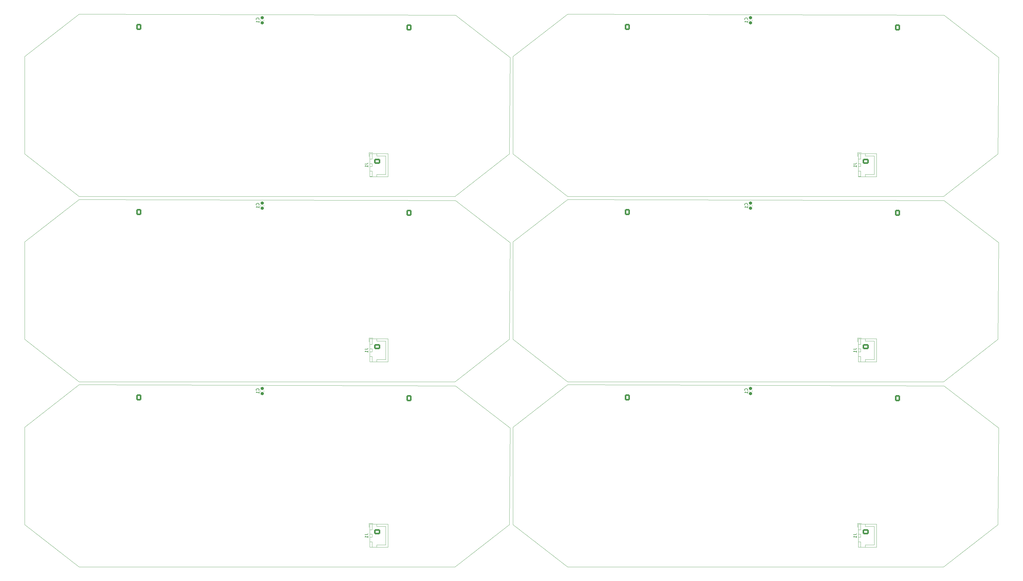
<source format=gbr>
%TF.GenerationSoftware,KiCad,Pcbnew,7.0.6-7.0.6~ubuntu20.04.1*%
%TF.CreationDate,2023-07-11T09:09:46+02:00*%
%TF.ProjectId,output_panel2023-07-11_070926.4017960000,6f757470-7574-45f7-9061-6e656c323032,rev?*%
%TF.SameCoordinates,Original*%
%TF.FileFunction,Legend,Bot*%
%TF.FilePolarity,Positive*%
%FSLAX45Y45*%
G04 Gerber Fmt 4.5, Leading zero omitted, Abs format (unit mm)*
G04 Created by KiCad (PCBNEW 7.0.6-7.0.6~ubuntu20.04.1) date 2023-07-11 09:09:46*
%MOMM*%
%LPD*%
G01*
G04 APERTURE LIST*
G04 Aperture macros list*
%AMRoundRect*
0 Rectangle with rounded corners*
0 $1 Rounding radius*
0 $2 $3 $4 $5 $6 $7 $8 $9 X,Y pos of 4 corners*
0 Add a 4 corners polygon primitive as box body*
4,1,4,$2,$3,$4,$5,$6,$7,$8,$9,$2,$3,0*
0 Add four circle primitives for the rounded corners*
1,1,$1+$1,$2,$3*
1,1,$1+$1,$4,$5*
1,1,$1+$1,$6,$7*
1,1,$1+$1,$8,$9*
0 Add four rect primitives between the rounded corners*
20,1,$1+$1,$2,$3,$4,$5,0*
20,1,$1+$1,$4,$5,$6,$7,0*
20,1,$1+$1,$6,$7,$8,$9,0*
20,1,$1+$1,$8,$9,$2,$3,0*%
G04 Aperture macros list end*
%TA.AperFunction,Profile*%
%ADD10C,0.100000*%
%TD*%
%ADD11C,0.150000*%
%ADD12C,0.120000*%
%ADD13C,5.600000*%
%ADD14RoundRect,0.250000X0.600000X0.725000X-0.600000X0.725000X-0.600000X-0.725000X0.600000X-0.725000X0*%
%ADD15O,1.700000X1.950000*%
%ADD16R,1.700000X1.700000*%
%ADD17O,1.700000X1.700000*%
%ADD18RoundRect,0.250000X-0.750000X0.600000X-0.750000X-0.600000X0.750000X-0.600000X0.750000X0.600000X0*%
%ADD19O,2.000000X1.700000*%
%ADD20RoundRect,0.237500X-0.237500X0.300000X-0.237500X-0.300000X0.237500X-0.300000X0.237500X0.300000X0*%
G04 APERTURE END LIST*
D10*
X30389999Y-6209999D02*
X32189999Y-7599999D01*
X1850000Y-12289999D02*
X14270000Y-12329999D01*
X16050000Y-4670000D02*
X14250000Y-6070000D01*
X14250000Y-12189999D02*
X1850000Y-12189999D01*
X17969999Y-6169999D02*
X30389999Y-6209999D01*
X32189999Y-7599999D02*
X32169999Y-10789999D01*
X16169999Y-1450000D02*
X17969999Y-50000D01*
X17969999Y-18309999D02*
X16169999Y-16909999D01*
X1850000Y-12189999D02*
X50000Y-10789999D01*
X50000Y-16909999D02*
X50000Y-13689999D01*
X14270000Y-6209999D02*
X16070000Y-7599999D01*
X1850000Y-50000D02*
X14270000Y-90000D01*
X32189999Y-13719999D02*
X32169999Y-16909999D01*
X32169999Y-10789999D02*
X30369999Y-12189999D01*
X50000Y-1450000D02*
X1850000Y-50000D01*
X32169999Y-16909999D02*
X30369999Y-18309999D01*
X16169999Y-10789999D02*
X16169999Y-7569999D01*
X16070000Y-7599999D02*
X16050000Y-10789999D01*
X32169999Y-4670000D02*
X30369999Y-6070000D01*
X17969999Y-12289999D02*
X30389999Y-12329999D01*
X50000Y-7569999D02*
X1850000Y-6169999D01*
X16070000Y-13719999D02*
X16050000Y-16909999D01*
X30369999Y-18309999D02*
X17969999Y-18309999D01*
X14270000Y-90000D02*
X16070000Y-1480000D01*
X50000Y-10789999D02*
X50000Y-7569999D01*
X30369999Y-12189999D02*
X17969999Y-12189999D01*
X17969999Y-6070000D02*
X16169999Y-4670000D01*
X16050000Y-16909999D02*
X14250000Y-18309999D01*
X50000Y-4670000D02*
X50000Y-1450000D01*
X30389999Y-12329999D02*
X32189999Y-13719999D01*
X1850000Y-6169999D02*
X14270000Y-6209999D01*
X16050000Y-10789999D02*
X14250000Y-12189999D01*
X50000Y-13689999D02*
X1850000Y-12289999D01*
X14270000Y-12329999D02*
X16070000Y-13719999D01*
X30369999Y-6070000D02*
X17969999Y-6070000D01*
X1850000Y-6070000D02*
X50000Y-4670000D01*
X30389999Y-90000D02*
X32189999Y-1480000D01*
X32189999Y-1480000D02*
X32169999Y-4670000D01*
X1850000Y-18309999D02*
X50000Y-16909999D01*
X16169999Y-16909999D02*
X16169999Y-13689999D01*
X14250000Y-18309999D02*
X1850000Y-18309999D01*
X16169999Y-7569999D02*
X17969999Y-6169999D01*
X17969999Y-12189999D02*
X16169999Y-10789999D01*
X17969999Y-50000D02*
X30389999Y-90000D01*
X16169999Y-13689999D02*
X17969999Y-12289999D01*
X16070000Y-1480000D02*
X16050000Y-4670000D01*
X16169999Y-4670000D02*
X16169999Y-1450000D01*
X14250000Y-6070000D02*
X1850000Y-6070000D01*
D11*
X11280482Y-5001666D02*
X11351910Y-5001666D01*
X11351910Y-5001666D02*
X11366196Y-4996904D01*
X11366196Y-4996904D02*
X11375720Y-4987381D01*
X11375720Y-4987381D02*
X11380482Y-4973095D01*
X11380482Y-4973095D02*
X11380482Y-4963571D01*
X11380482Y-5101666D02*
X11380482Y-5044524D01*
X11380482Y-5073095D02*
X11280482Y-5073095D01*
X11280482Y-5073095D02*
X11294768Y-5063571D01*
X11294768Y-5063571D02*
X11304291Y-5054047D01*
X11304291Y-5054047D02*
X11309053Y-5044524D01*
X27400481Y-17241666D02*
X27471909Y-17241666D01*
X27471909Y-17241666D02*
X27486195Y-17236904D01*
X27486195Y-17236904D02*
X27495719Y-17227380D01*
X27495719Y-17227380D02*
X27500481Y-17213094D01*
X27500481Y-17213094D02*
X27500481Y-17203571D01*
X27500481Y-17341666D02*
X27500481Y-17284523D01*
X27500481Y-17313094D02*
X27400481Y-17313094D01*
X27400481Y-17313094D02*
X27414767Y-17303571D01*
X27414767Y-17303571D02*
X27424290Y-17294047D01*
X27424290Y-17294047D02*
X27429052Y-17284523D01*
X7782958Y-12479582D02*
X7787720Y-12474820D01*
X7787720Y-12474820D02*
X7792482Y-12460535D01*
X7792482Y-12460535D02*
X7792482Y-12451011D01*
X7792482Y-12451011D02*
X7787720Y-12436725D01*
X7787720Y-12436725D02*
X7778196Y-12427201D01*
X7778196Y-12427201D02*
X7768672Y-12422440D01*
X7768672Y-12422440D02*
X7749625Y-12417678D01*
X7749625Y-12417678D02*
X7735339Y-12417678D01*
X7735339Y-12417678D02*
X7716291Y-12422440D01*
X7716291Y-12422440D02*
X7706768Y-12427201D01*
X7706768Y-12427201D02*
X7697244Y-12436725D01*
X7697244Y-12436725D02*
X7692482Y-12451011D01*
X7692482Y-12451011D02*
X7692482Y-12460535D01*
X7692482Y-12460535D02*
X7697244Y-12474820D01*
X7697244Y-12474820D02*
X7702006Y-12479582D01*
X7792482Y-12574820D02*
X7792482Y-12517678D01*
X7792482Y-12546249D02*
X7692482Y-12546249D01*
X7692482Y-12546249D02*
X7706768Y-12536725D01*
X7706768Y-12536725D02*
X7716291Y-12527201D01*
X7716291Y-12527201D02*
X7721053Y-12517678D01*
X27400481Y-5001666D02*
X27471909Y-5001666D01*
X27471909Y-5001666D02*
X27486195Y-4996904D01*
X27486195Y-4996904D02*
X27495719Y-4987381D01*
X27495719Y-4987381D02*
X27500481Y-4973095D01*
X27500481Y-4973095D02*
X27500481Y-4963571D01*
X27500481Y-5101666D02*
X27500481Y-5044524D01*
X27500481Y-5073095D02*
X27400481Y-5073095D01*
X27400481Y-5073095D02*
X27414767Y-5063571D01*
X27414767Y-5063571D02*
X27424290Y-5054047D01*
X27424290Y-5054047D02*
X27429052Y-5044524D01*
X7782958Y-239583D02*
X7787720Y-234821D01*
X7787720Y-234821D02*
X7792482Y-220535D01*
X7792482Y-220535D02*
X7792482Y-211012D01*
X7792482Y-211012D02*
X7787720Y-196726D01*
X7787720Y-196726D02*
X7778196Y-187202D01*
X7778196Y-187202D02*
X7768672Y-182440D01*
X7768672Y-182440D02*
X7749625Y-177678D01*
X7749625Y-177678D02*
X7735339Y-177678D01*
X7735339Y-177678D02*
X7716291Y-182440D01*
X7716291Y-182440D02*
X7706768Y-187202D01*
X7706768Y-187202D02*
X7697244Y-196726D01*
X7697244Y-196726D02*
X7692482Y-211012D01*
X7692482Y-211012D02*
X7692482Y-220535D01*
X7692482Y-220535D02*
X7697244Y-234821D01*
X7697244Y-234821D02*
X7702006Y-239583D01*
X7792482Y-334821D02*
X7792482Y-277678D01*
X7792482Y-306250D02*
X7692482Y-306250D01*
X7692482Y-306250D02*
X7706768Y-296726D01*
X7706768Y-296726D02*
X7716291Y-287202D01*
X7716291Y-287202D02*
X7721053Y-277678D01*
X11280482Y-11121666D02*
X11351910Y-11121666D01*
X11351910Y-11121666D02*
X11366196Y-11116904D01*
X11366196Y-11116904D02*
X11375720Y-11107380D01*
X11375720Y-11107380D02*
X11380482Y-11093095D01*
X11380482Y-11093095D02*
X11380482Y-11083571D01*
X11380482Y-11221666D02*
X11380482Y-11164523D01*
X11380482Y-11193095D02*
X11280482Y-11193095D01*
X11280482Y-11193095D02*
X11294768Y-11183571D01*
X11294768Y-11183571D02*
X11304291Y-11174047D01*
X11304291Y-11174047D02*
X11309053Y-11164523D01*
X23902957Y-239583D02*
X23907719Y-234821D01*
X23907719Y-234821D02*
X23912481Y-220535D01*
X23912481Y-220535D02*
X23912481Y-211012D01*
X23912481Y-211012D02*
X23907719Y-196726D01*
X23907719Y-196726D02*
X23898195Y-187202D01*
X23898195Y-187202D02*
X23888671Y-182440D01*
X23888671Y-182440D02*
X23869624Y-177678D01*
X23869624Y-177678D02*
X23855338Y-177678D01*
X23855338Y-177678D02*
X23836290Y-182440D01*
X23836290Y-182440D02*
X23826767Y-187202D01*
X23826767Y-187202D02*
X23817243Y-196726D01*
X23817243Y-196726D02*
X23812481Y-211012D01*
X23812481Y-211012D02*
X23812481Y-220535D01*
X23812481Y-220535D02*
X23817243Y-234821D01*
X23817243Y-234821D02*
X23822005Y-239583D01*
X23912481Y-334821D02*
X23912481Y-277678D01*
X23912481Y-306250D02*
X23812481Y-306250D01*
X23812481Y-306250D02*
X23826767Y-296726D01*
X23826767Y-296726D02*
X23836290Y-287202D01*
X23836290Y-287202D02*
X23841052Y-277678D01*
X7782958Y-6359583D02*
X7787720Y-6354821D01*
X7787720Y-6354821D02*
X7792482Y-6340535D01*
X7792482Y-6340535D02*
X7792482Y-6331011D01*
X7792482Y-6331011D02*
X7787720Y-6316726D01*
X7787720Y-6316726D02*
X7778196Y-6307202D01*
X7778196Y-6307202D02*
X7768672Y-6302440D01*
X7768672Y-6302440D02*
X7749625Y-6297678D01*
X7749625Y-6297678D02*
X7735339Y-6297678D01*
X7735339Y-6297678D02*
X7716291Y-6302440D01*
X7716291Y-6302440D02*
X7706768Y-6307202D01*
X7706768Y-6307202D02*
X7697244Y-6316726D01*
X7697244Y-6316726D02*
X7692482Y-6331011D01*
X7692482Y-6331011D02*
X7692482Y-6340535D01*
X7692482Y-6340535D02*
X7697244Y-6354821D01*
X7697244Y-6354821D02*
X7702006Y-6359583D01*
X7792482Y-6454821D02*
X7792482Y-6397678D01*
X7792482Y-6426249D02*
X7692482Y-6426249D01*
X7692482Y-6426249D02*
X7706768Y-6416726D01*
X7706768Y-6416726D02*
X7716291Y-6407202D01*
X7716291Y-6407202D02*
X7721053Y-6397678D01*
X23902957Y-6359583D02*
X23907719Y-6354821D01*
X23907719Y-6354821D02*
X23912481Y-6340535D01*
X23912481Y-6340535D02*
X23912481Y-6331011D01*
X23912481Y-6331011D02*
X23907719Y-6316726D01*
X23907719Y-6316726D02*
X23898195Y-6307202D01*
X23898195Y-6307202D02*
X23888671Y-6302440D01*
X23888671Y-6302440D02*
X23869624Y-6297678D01*
X23869624Y-6297678D02*
X23855338Y-6297678D01*
X23855338Y-6297678D02*
X23836290Y-6302440D01*
X23836290Y-6302440D02*
X23826767Y-6307202D01*
X23826767Y-6307202D02*
X23817243Y-6316726D01*
X23817243Y-6316726D02*
X23812481Y-6331011D01*
X23812481Y-6331011D02*
X23812481Y-6340535D01*
X23812481Y-6340535D02*
X23817243Y-6354821D01*
X23817243Y-6354821D02*
X23822005Y-6359583D01*
X23912481Y-6454821D02*
X23912481Y-6397678D01*
X23912481Y-6426249D02*
X23812481Y-6426249D01*
X23812481Y-6426249D02*
X23826767Y-6416726D01*
X23826767Y-6416726D02*
X23836290Y-6407202D01*
X23836290Y-6407202D02*
X23841052Y-6397678D01*
X23902957Y-12479582D02*
X23907719Y-12474820D01*
X23907719Y-12474820D02*
X23912481Y-12460535D01*
X23912481Y-12460535D02*
X23912481Y-12451011D01*
X23912481Y-12451011D02*
X23907719Y-12436725D01*
X23907719Y-12436725D02*
X23898195Y-12427201D01*
X23898195Y-12427201D02*
X23888671Y-12422440D01*
X23888671Y-12422440D02*
X23869624Y-12417678D01*
X23869624Y-12417678D02*
X23855338Y-12417678D01*
X23855338Y-12417678D02*
X23836290Y-12422440D01*
X23836290Y-12422440D02*
X23826767Y-12427201D01*
X23826767Y-12427201D02*
X23817243Y-12436725D01*
X23817243Y-12436725D02*
X23812481Y-12451011D01*
X23812481Y-12451011D02*
X23812481Y-12460535D01*
X23812481Y-12460535D02*
X23817243Y-12474820D01*
X23817243Y-12474820D02*
X23822005Y-12479582D01*
X23912481Y-12574820D02*
X23912481Y-12517678D01*
X23912481Y-12546249D02*
X23812481Y-12546249D01*
X23812481Y-12546249D02*
X23826767Y-12536725D01*
X23826767Y-12536725D02*
X23836290Y-12527201D01*
X23836290Y-12527201D02*
X23841052Y-12517678D01*
X27400481Y-11121666D02*
X27471909Y-11121666D01*
X27471909Y-11121666D02*
X27486195Y-11116904D01*
X27486195Y-11116904D02*
X27495719Y-11107380D01*
X27495719Y-11107380D02*
X27500481Y-11093095D01*
X27500481Y-11093095D02*
X27500481Y-11083571D01*
X27500481Y-11221666D02*
X27500481Y-11164523D01*
X27500481Y-11193095D02*
X27400481Y-11193095D01*
X27400481Y-11193095D02*
X27414767Y-11183571D01*
X27414767Y-11183571D02*
X27424290Y-11174047D01*
X27424290Y-11174047D02*
X27429052Y-11164523D01*
X11280482Y-17241666D02*
X11351910Y-17241666D01*
X11351910Y-17241666D02*
X11366196Y-17236904D01*
X11366196Y-17236904D02*
X11375720Y-17227380D01*
X11375720Y-17227380D02*
X11380482Y-17213094D01*
X11380482Y-17213094D02*
X11380482Y-17203571D01*
X11380482Y-17341666D02*
X11380482Y-17284523D01*
X11380482Y-17313094D02*
X11280482Y-17313094D01*
X11280482Y-17313094D02*
X11294768Y-17303571D01*
X11294768Y-17303571D02*
X11304291Y-17294047D01*
X11304291Y-17294047D02*
X11309053Y-17284523D01*
D12*
X11415000Y-4625000D02*
X11540000Y-4625000D01*
X12041000Y-4654000D02*
X12041000Y-5416000D01*
X11444000Y-4654000D02*
X12041000Y-4654000D01*
X11670000Y-4655000D02*
X11670000Y-4730000D01*
X11520000Y-4655000D02*
X11520000Y-4835000D01*
X11445000Y-4655000D02*
X11520000Y-4655000D01*
X11965000Y-4730000D02*
X11965000Y-5035000D01*
X11670000Y-4730000D02*
X11965000Y-4730000D01*
X11415000Y-4750000D02*
X11415000Y-4625000D01*
X11520000Y-4835000D02*
X11445000Y-4835000D01*
X11445000Y-4835000D02*
X11445000Y-4655000D01*
X11520000Y-4985000D02*
X11520000Y-5085000D01*
X11445000Y-4985000D02*
X11520000Y-4985000D01*
X11520000Y-5085000D02*
X11445000Y-5085000D01*
X11445000Y-5085000D02*
X11445000Y-4985000D01*
X11520000Y-5235000D02*
X11520000Y-5415000D01*
X11445000Y-5235000D02*
X11520000Y-5235000D01*
X11965000Y-5340000D02*
X11965000Y-5035000D01*
X11670000Y-5340000D02*
X11965000Y-5340000D01*
X11670000Y-5415000D02*
X11670000Y-5340000D01*
X11520000Y-5415000D02*
X11445000Y-5415000D01*
X11445000Y-5415000D02*
X11445000Y-5235000D01*
X12041000Y-5416000D02*
X11444000Y-5416000D01*
X11444000Y-5416000D02*
X11444000Y-4654000D01*
X27534999Y-16864999D02*
X27659999Y-16864999D01*
X28160999Y-16893999D02*
X28160999Y-17655999D01*
X27563999Y-16893999D02*
X28160999Y-16893999D01*
X27789999Y-16894999D02*
X27789999Y-16969999D01*
X27639999Y-16894999D02*
X27639999Y-17074999D01*
X27564999Y-16894999D02*
X27639999Y-16894999D01*
X28084999Y-16969999D02*
X28084999Y-17274999D01*
X27789999Y-16969999D02*
X28084999Y-16969999D01*
X27534999Y-16989999D02*
X27534999Y-16864999D01*
X27639999Y-17074999D02*
X27564999Y-17074999D01*
X27564999Y-17074999D02*
X27564999Y-16894999D01*
X27639999Y-17224999D02*
X27639999Y-17324999D01*
X27564999Y-17224999D02*
X27639999Y-17224999D01*
X27639999Y-17324999D02*
X27564999Y-17324999D01*
X27564999Y-17324999D02*
X27564999Y-17224999D01*
X27639999Y-17474999D02*
X27639999Y-17654999D01*
X27564999Y-17474999D02*
X27639999Y-17474999D01*
X28084999Y-17579999D02*
X28084999Y-17274999D01*
X27789999Y-17579999D02*
X28084999Y-17579999D01*
X27789999Y-17654999D02*
X27789999Y-17579999D01*
X27639999Y-17654999D02*
X27564999Y-17654999D01*
X27564999Y-17654999D02*
X27564999Y-17474999D01*
X28160999Y-17655999D02*
X27563999Y-17655999D01*
X27563999Y-17655999D02*
X27563999Y-16893999D01*
X7941000Y-12481622D02*
X7941000Y-12510876D01*
X7839000Y-12481622D02*
X7839000Y-12510876D01*
X27534999Y-4625000D02*
X27659999Y-4625000D01*
X28160999Y-4654000D02*
X28160999Y-5416000D01*
X27563999Y-4654000D02*
X28160999Y-4654000D01*
X27789999Y-4655000D02*
X27789999Y-4730000D01*
X27639999Y-4655000D02*
X27639999Y-4835000D01*
X27564999Y-4655000D02*
X27639999Y-4655000D01*
X28084999Y-4730000D02*
X28084999Y-5035000D01*
X27789999Y-4730000D02*
X28084999Y-4730000D01*
X27534999Y-4750000D02*
X27534999Y-4625000D01*
X27639999Y-4835000D02*
X27564999Y-4835000D01*
X27564999Y-4835000D02*
X27564999Y-4655000D01*
X27639999Y-4985000D02*
X27639999Y-5085000D01*
X27564999Y-4985000D02*
X27639999Y-4985000D01*
X27639999Y-5085000D02*
X27564999Y-5085000D01*
X27564999Y-5085000D02*
X27564999Y-4985000D01*
X27639999Y-5235000D02*
X27639999Y-5415000D01*
X27564999Y-5235000D02*
X27639999Y-5235000D01*
X28084999Y-5340000D02*
X28084999Y-5035000D01*
X27789999Y-5340000D02*
X28084999Y-5340000D01*
X27789999Y-5415000D02*
X27789999Y-5340000D01*
X27639999Y-5415000D02*
X27564999Y-5415000D01*
X27564999Y-5415000D02*
X27564999Y-5235000D01*
X28160999Y-5416000D02*
X27563999Y-5416000D01*
X27563999Y-5416000D02*
X27563999Y-4654000D01*
X7941000Y-241623D02*
X7941000Y-270876D01*
X7839000Y-241623D02*
X7839000Y-270876D01*
X11415000Y-10744999D02*
X11540000Y-10744999D01*
X12041000Y-10773999D02*
X12041000Y-11535999D01*
X11444000Y-10773999D02*
X12041000Y-10773999D01*
X11670000Y-10774999D02*
X11670000Y-10849999D01*
X11520000Y-10774999D02*
X11520000Y-10954999D01*
X11445000Y-10774999D02*
X11520000Y-10774999D01*
X11965000Y-10849999D02*
X11965000Y-11154999D01*
X11670000Y-10849999D02*
X11965000Y-10849999D01*
X11415000Y-10869999D02*
X11415000Y-10744999D01*
X11520000Y-10954999D02*
X11445000Y-10954999D01*
X11445000Y-10954999D02*
X11445000Y-10774999D01*
X11520000Y-11104999D02*
X11520000Y-11204999D01*
X11445000Y-11104999D02*
X11520000Y-11104999D01*
X11520000Y-11204999D02*
X11445000Y-11204999D01*
X11445000Y-11204999D02*
X11445000Y-11104999D01*
X11520000Y-11354999D02*
X11520000Y-11534999D01*
X11445000Y-11354999D02*
X11520000Y-11354999D01*
X11965000Y-11459999D02*
X11965000Y-11154999D01*
X11670000Y-11459999D02*
X11965000Y-11459999D01*
X11670000Y-11534999D02*
X11670000Y-11459999D01*
X11520000Y-11534999D02*
X11445000Y-11534999D01*
X11445000Y-11534999D02*
X11445000Y-11354999D01*
X12041000Y-11535999D02*
X11444000Y-11535999D01*
X11444000Y-11535999D02*
X11444000Y-10773999D01*
X24060999Y-241623D02*
X24060999Y-270876D01*
X23958999Y-241623D02*
X23958999Y-270876D01*
X7941000Y-6361623D02*
X7941000Y-6390876D01*
X7839000Y-6361623D02*
X7839000Y-6390876D01*
X24060999Y-6361623D02*
X24060999Y-6390876D01*
X23958999Y-6361623D02*
X23958999Y-6390876D01*
X24060999Y-12481622D02*
X24060999Y-12510876D01*
X23958999Y-12481622D02*
X23958999Y-12510876D01*
X27534999Y-10744999D02*
X27659999Y-10744999D01*
X28160999Y-10773999D02*
X28160999Y-11535999D01*
X27563999Y-10773999D02*
X28160999Y-10773999D01*
X27789999Y-10774999D02*
X27789999Y-10849999D01*
X27639999Y-10774999D02*
X27639999Y-10954999D01*
X27564999Y-10774999D02*
X27639999Y-10774999D01*
X28084999Y-10849999D02*
X28084999Y-11154999D01*
X27789999Y-10849999D02*
X28084999Y-10849999D01*
X27534999Y-10869999D02*
X27534999Y-10744999D01*
X27639999Y-10954999D02*
X27564999Y-10954999D01*
X27564999Y-10954999D02*
X27564999Y-10774999D01*
X27639999Y-11104999D02*
X27639999Y-11204999D01*
X27564999Y-11104999D02*
X27639999Y-11104999D01*
X27639999Y-11204999D02*
X27564999Y-11204999D01*
X27564999Y-11204999D02*
X27564999Y-11104999D01*
X27639999Y-11354999D02*
X27639999Y-11534999D01*
X27564999Y-11354999D02*
X27639999Y-11354999D01*
X28084999Y-11459999D02*
X28084999Y-11154999D01*
X27789999Y-11459999D02*
X28084999Y-11459999D01*
X27789999Y-11534999D02*
X27789999Y-11459999D01*
X27639999Y-11534999D02*
X27564999Y-11534999D01*
X27564999Y-11534999D02*
X27564999Y-11354999D01*
X28160999Y-11535999D02*
X27563999Y-11535999D01*
X27563999Y-11535999D02*
X27563999Y-10773999D01*
X11415000Y-16864999D02*
X11540000Y-16864999D01*
X12041000Y-16893999D02*
X12041000Y-17655999D01*
X11444000Y-16893999D02*
X12041000Y-16893999D01*
X11670000Y-16894999D02*
X11670000Y-16969999D01*
X11520000Y-16894999D02*
X11520000Y-17074999D01*
X11445000Y-16894999D02*
X11520000Y-16894999D01*
X11965000Y-16969999D02*
X11965000Y-17274999D01*
X11670000Y-16969999D02*
X11965000Y-16969999D01*
X11415000Y-16989999D02*
X11415000Y-16864999D01*
X11520000Y-17074999D02*
X11445000Y-17074999D01*
X11445000Y-17074999D02*
X11445000Y-16894999D01*
X11520000Y-17224999D02*
X11520000Y-17324999D01*
X11445000Y-17224999D02*
X11520000Y-17224999D01*
X11520000Y-17324999D02*
X11445000Y-17324999D01*
X11445000Y-17324999D02*
X11445000Y-17224999D01*
X11520000Y-17474999D02*
X11520000Y-17654999D01*
X11445000Y-17474999D02*
X11520000Y-17474999D01*
X11965000Y-17579999D02*
X11965000Y-17274999D01*
X11670000Y-17579999D02*
X11965000Y-17579999D01*
X11670000Y-17654999D02*
X11670000Y-17579999D01*
X11520000Y-17654999D02*
X11445000Y-17654999D01*
X11445000Y-17654999D02*
X11445000Y-17474999D01*
X12041000Y-17655999D02*
X11444000Y-17655999D01*
X11444000Y-17655999D02*
X11444000Y-16893999D01*
%LPC*%
D13*
X1850000Y-4970000D03*
D14*
X28860399Y-12736199D03*
D15*
X28610399Y-12736199D03*
X28360399Y-12736199D03*
D13*
X17969999Y-17209999D03*
X14350000Y-17209999D03*
X15350000Y-15009999D03*
X14350000Y-4970000D03*
D14*
X28860399Y-6616199D03*
D15*
X28610399Y-6616199D03*
X28360399Y-6616199D03*
D13*
X1850000Y-17209999D03*
X30469999Y-6889999D03*
X30469999Y-17209999D03*
X17969999Y-11089999D03*
X14350000Y-11089999D03*
D16*
X8270000Y-6395999D03*
D17*
X8524000Y-6395999D03*
X8270000Y-6649999D03*
X8524000Y-6649999D03*
X8270000Y-6903999D03*
X8524000Y-6903999D03*
X8270000Y-7157999D03*
X8524000Y-7157999D03*
D13*
X15350000Y-8889999D03*
X16969999Y-8889999D03*
D16*
X24389999Y-12515999D03*
D17*
X24643999Y-12515999D03*
X24389999Y-12769999D03*
X24643999Y-12769999D03*
X24389999Y-13023999D03*
X24643999Y-13023999D03*
X24389999Y-13277999D03*
X24643999Y-13277999D03*
D13*
X14350000Y-13009999D03*
D14*
X19944999Y-12712499D03*
D15*
X19694999Y-12712499D03*
X19444999Y-12712499D03*
D13*
X14350000Y-770000D03*
D16*
X24389999Y-6395999D03*
D17*
X24643999Y-6395999D03*
X24389999Y-6649999D03*
X24643999Y-6649999D03*
X24389999Y-6903999D03*
X24643999Y-6903999D03*
X24389999Y-7157999D03*
X24643999Y-7157999D03*
D13*
X850000Y-2770000D03*
X30469999Y-770000D03*
X31469999Y-8889999D03*
X31469999Y-15009999D03*
X30469999Y-4970000D03*
X14350000Y-6889999D03*
X850000Y-8889999D03*
X1850000Y-6889999D03*
D14*
X3825000Y-472500D03*
D15*
X3575000Y-472500D03*
X3325000Y-472500D03*
D14*
X19944999Y-472500D03*
D15*
X19694999Y-472500D03*
X19444999Y-472500D03*
D13*
X17969999Y-6889999D03*
X16969999Y-15009999D03*
X30469999Y-13009999D03*
D16*
X8270000Y-12515999D03*
D17*
X8524000Y-12515999D03*
X8270000Y-12769999D03*
X8524000Y-12769999D03*
X8270000Y-13023999D03*
X8524000Y-13023999D03*
X8270000Y-13277999D03*
X8524000Y-13277999D03*
D16*
X24389999Y-276000D03*
D17*
X24643999Y-276000D03*
X24389999Y-530000D03*
X24643999Y-530000D03*
X24389999Y-784000D03*
X24643999Y-784000D03*
X24389999Y-1038000D03*
X24643999Y-1038000D03*
D14*
X3825000Y-12712499D03*
D15*
X3575000Y-12712499D03*
X3325000Y-12712499D03*
D14*
X19944999Y-6592499D03*
D15*
X19694999Y-6592499D03*
X19444999Y-6592499D03*
D14*
X12740400Y-496200D03*
D15*
X12490400Y-496200D03*
X12240400Y-496200D03*
D13*
X31469999Y-2770000D03*
X17969999Y-13009999D03*
D14*
X12740400Y-6616199D03*
D15*
X12490400Y-6616199D03*
X12240400Y-6616199D03*
D13*
X17969999Y-770000D03*
D14*
X28860399Y-496200D03*
D15*
X28610399Y-496200D03*
X28360399Y-496200D03*
D13*
X16969999Y-2770000D03*
X1850000Y-11089999D03*
X15350000Y-2770000D03*
X1850000Y-13009999D03*
D14*
X12740400Y-12736199D03*
D15*
X12490400Y-12736199D03*
X12240400Y-12736199D03*
D16*
X8270000Y-276000D03*
D17*
X8524000Y-276000D03*
X8270000Y-530000D03*
X8524000Y-530000D03*
X8270000Y-784000D03*
X8524000Y-784000D03*
X8270000Y-1038000D03*
X8524000Y-1038000D03*
D13*
X30469999Y-11089999D03*
X17969999Y-4970000D03*
X850000Y-15009999D03*
D14*
X3825000Y-6592499D03*
D15*
X3575000Y-6592499D03*
X3325000Y-6592499D03*
D13*
X1850000Y-770000D03*
D18*
X11690000Y-4910000D03*
D19*
X11690000Y-5160000D03*
D18*
X27809999Y-17149999D03*
D19*
X27809999Y-17399999D03*
D20*
X7890000Y-12409999D03*
X7890000Y-12582499D03*
D18*
X27809999Y-4910000D03*
D19*
X27809999Y-5160000D03*
D20*
X7890000Y-170000D03*
X7890000Y-342500D03*
D18*
X11690000Y-11029999D03*
D19*
X11690000Y-11279999D03*
D20*
X24009999Y-170000D03*
X24009999Y-342500D03*
X7890000Y-6289999D03*
X7890000Y-6462499D03*
X24009999Y-6289999D03*
X24009999Y-6462499D03*
X24009999Y-12409999D03*
X24009999Y-12582499D03*
D18*
X27809999Y-11029999D03*
D19*
X27809999Y-11279999D03*
D18*
X11690000Y-17149999D03*
D19*
X11690000Y-17399999D03*
%LPD*%
M02*

</source>
